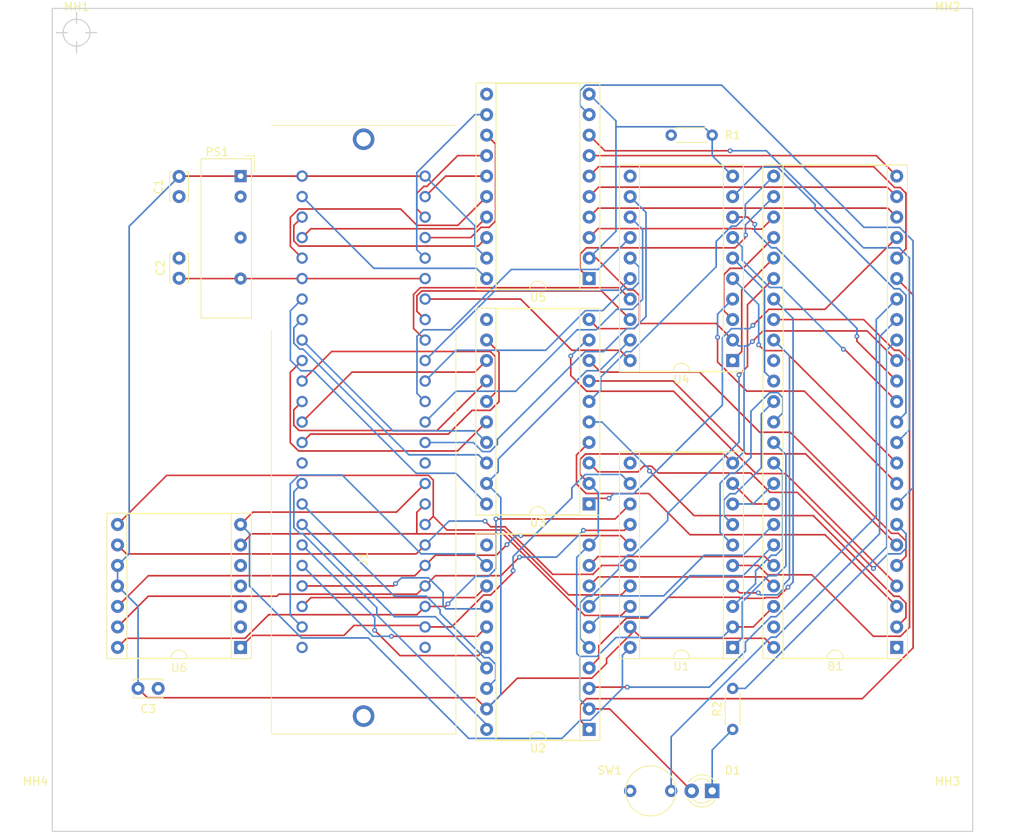
<source format=kicad_pcb>
(kicad_pcb (version 20221018) (generator pcbnew)
  (title_block (title "BionicBase Teensy 4.1 (Universal)") (date "2024-06-20") (rev "7") (company "Tadashi G. Takaoka"))
  (layers (0 "F.Cu" signal) (31 "B.Cu" signal) (34 "B.Paste" user) (35 "F.Paste" user) (36 "B.SilkS" user "B.Silkscreen") (37 "F.SilkS" user "F.Silkscreen") (38 "B.Mask" user) (39 "F.Mask" user) (44 "Edge.Cuts" user))
  (net 0 "")
  (net 1 "VCC")
  (net 2 "Net-(B1-P6.03)")
  (net 3 "Net-(B1-P6.02)")
  (net 4 "Net-(B1-P9.04)")
  (net 5 "Net-(B1-P9.05)")
  (net 6 "Net-(B1-P9.06)")
  (net 7 "Net-(B1-P9.08)")
  (net 8 "Net-(B1-P7.10)")
  (net 9 "Net-(B1-P7.17)")
  (net 10 "Net-(B1-P7.16)")
  (net 11 "Net-(B1-P7.11)")
  (net 12 "Net-(B1-P7.00)")
  (net 13 "Net-(B1-P7.02)")
  (net 14 "Net-(B1-P7.01)")
  (net 15 "+3.3V")
  (net 16 "Net-(B1-P6.30)")
  (net 17 "Net-(B1-P6.31)")
  (net 18 "Net-(B1-P8.18)")
  (net 19 "Net-(B1-P9.31)")
  (net 20 "Net-(B1-P8.23)")
  (net 21 "Net-(B1-P8.22)")
  (net 22 "Net-(B1-P7.12)")
  (net 23 "GND")
  (net 24 "Net-(B1-P9.07)")
  (net 25 "Net-(B1-P7.18)")
  (net 26 "Net-(B1-P7.19)")
  (net 27 "Net-(B1-P6.28)")
  (net 28 "Net-(B1-P6.29)")
  (net 29 "Net-(B1-P6.20)")
  (net 30 "Net-(B1-P6.21)")
  (net 31 "Net-(B1-P7.03{slash}LED)")
  (net 32 "Net-(B1-P6.18)")
  (net 33 "Net-(B1-P6.19)")
  (net 34 "Net-(B1-P6.23)")
  (net 35 "Net-(B1-P6.22)")
  (net 36 "Net-(B1-P6.17)")
  (net 37 "Net-(B1-P6.16)")
  (net 38 "Net-(B1-P6.26)")
  (net 39 "/P56")
  (net 40 "/P55")
  (net 41 "/P51")
  (net 42 "/P57")
  (net 43 "/P53")
  (net 44 "/P52")
  (net 45 "/P15")
  (net 46 "/P35")
  (net 47 "/P41")
  (net 48 "/P40")
  (net 49 "/P36")
  (net 50 "/P20")
  (net 51 "/P17")
  (net 52 "/P16")
  (net 53 "/P21")
  (net 54 "/P37")
  (net 55 "/P30")
  (net 56 "/P31")
  (net 57 "/P32")
  (net 58 "/P33")
  (net 59 "/P34")
  (net 60 "/P42")
  (net 61 "/P43")
  (net 62 "/P44")
  (net 63 "/P45")
  (net 64 "/P46")
  (net 65 "/P47")
  (net 66 "/P54")
  (net 67 "/P10")
  (net 68 "/P11")
  (net 69 "/P12")
  (net 70 "/P13")
  (net 71 "/P14")
  (net 72 "/P22")
  (net 73 "/P23")
  (net 74 "/P24")
  (net 75 "/P25")
  (net 76 "/P26")
  (net 77 "/P27")
  (net 78 "/P50")
  (net 79 "Net-(B1-P6.27)")
  (net 80 "Net-(B1-P6.24)")
  (net 81 "Net-(B1-P6.25)")
  (net 82 "Net-(D1-K)")
  (net 84 "/+15V")
  (net 86 "Net-(B1-P6.12)")
  (net 87 "Net-(B1-P6.13)")
  (net 90 "Net-(B1-P7.29)")
  (net 91 "Net-(B1-P7.28)")
  (footprint "MountingHole:MountingHole_2.2mm_M2" (layer "F.Cu") (at 183.5 44.6)
    (fp_text reference "MH2")
    (fp_text value "MountingHole_2.2mm_M2")
  )
  (footprint "MountingHole:MountingHole_2.2mm_M2" (layer "F.Cu") (at 183.5 140.6)
    (fp_text reference "MH3")
    (fp_text value "MountingHole_2.2mm_M2")
  )
  (footprint "MountingHole:MountingHole_2.2mm_M2" (layer "F.Cu") (at 75.6 140.6)
    (fp_text reference "MH4")
    (fp_text value "MountingHole_2.2mm_M2")
  )
  (footprint "MountingHole:MountingHole_2.2mm_M2" (layer "F.Cu") (at 75.6 44.6)
    (fp_text reference "MH1")
    (fp_text value "MountingHole_2.2mm_M2")
  )
  (footprint "0-LocalLibrary:DIP-48_W15.24mm_Socket" (layer "F.Cu") (at 177.2 120.8 180)
    (fp_text reference "B1")
    (fp_text value "Teensy4.1")
  )
  (footprint "LED_THT:LED_D3.0mm" (layer "F.Cu") (at 154.34 138.58 180)
    (fp_text reference "D1")
    (fp_text value "OSYL3131P")
  )
  (footprint "Resistor_THT:R_Axial_DIN0204_L3.6mm_D1.6mm_P5.08mm_Horizontal" (layer "F.Cu") (at 156.88 130.96 90)
    (fp_text reference "R2")
    (fp_text value "560")
  )
  (footprint "0-LocalLibrary:Tact_SW_6x6mm" (layer "F.Cu") (at 146.72 138.58 180)
    (fp_text reference "SW1")
    (fp_text value "Tact_SW")
  )
  (footprint "Resistor_THT:R_Axial_DIN0204_L3.6mm_D1.6mm_P5.08mm_Horizontal" (layer "F.Cu") (at 154.34 57.3 180)
    (fp_text reference "R1")
    (fp_text value "4.7k")
  )
  (footprint "0-LocalLibrary:DIP-14_W15.24mm_Socket" (layer "F.Cu") (at 95.92 120.8 180)
    (fp_text reference "U6")
    (fp_text value "SN74ACT1071DR")
  )
  (footprint "0-LocalLibrary:DIP-20_W12.70mm_Socket" (layer "F.Cu") (at 139.09 103.015 180)
    (fp_text reference "U3")
    (fp_text value "TXS0108EPW")
  )
  (footprint "0-LocalLibrary:DIP-20_W12.70mm_Socket" (layer "F.Cu") (at 139.1 130.96 180)
    (fp_text reference "U2")
    (fp_text value "TXS0108EPW")
  )
  (footprint "0-LocalLibrary:Aries_ZIF_socket_DIP-48-pin" (layer "F.Cu") (at 111.16 106.83 180)
    (fp_text reference "J1")
    (fp_text value "Bionic_ZIF_Socket_48pin" hide)
  )
  (footprint "0-LocalLibrary:DIP-20_W12.70mm_Socket" (layer "F.Cu") (at 156.88 120.8 180)
    (fp_text reference "U1")
    (fp_text value "TXS0108EPW")
  )
  (footprint "Capacitor_THT:C_Disc_D3.4mm_W2.1mm_P2.50mm" (layer "F.Cu") (at 83.22 125.88)
    (fp_text reference "C3")
    (fp_text value "0.1u")
  )
  (footprint "Capacitor_THT:C_Disc_D3.4mm_W2.1mm_P2.50mm" (layer "F.Cu") (at 88.3 75.04 90)
    (fp_text reference "C2")
    (fp_text value "1.0u")
  )
  (footprint "0-LocalLibrary:Converter_DCDC_Minmax_MAU100_THT" (layer "F.Cu") (at 95.92 62.38)
    (fp_text reference "PS1")
    (fp_text value "MAU105")
  )
  (footprint "0-LocalLibrary:DIP-20_W12.70mm_Socket" (layer "F.Cu") (at 139.1 75.08 180)
    (fp_text reference "U5")
    (fp_text value "TXS0108EPW")
  )
  (footprint "0-LocalLibrary:DIP-20_W12.70mm_Socket" (layer "F.Cu") (at 156.88 85.24 180)
    (fp_text reference "U4")
    (fp_text value "TXS0108EPW")
  )
  (footprint "Capacitor_THT:C_Disc_D3.4mm_W2.1mm_P2.50mm" (layer "F.Cu") (at 88.3 62.42 -90)
    (fp_text reference "C1")
    (fp_text value "2.2u")
  )
  (gr_line (start 72.6 143.6) (end 72.6 41.6) (stroke (width 0.15)) (layer "Edge.Cuts"))
  (gr_line (start 72.6 41.6) (end 186.6 41.6) (stroke (width 0.15)) (layer "Edge.Cuts"))
  (gr_line (start 186.6 41.6) (end 186.6 143.6) (stroke (width 0.15)) (layer "Edge.Cuts"))
  (gr_line (start 186.6 143.6) (end 72.6 143.6) (stroke (width 0.15)) (layer "Edge.Cuts"))
  (target plus (at 75.6 44.6) (size 5) (width 0.15) (layer "Edge.Cuts"))
  (segment (start 84.3726 127.0326) (end 83.22 125.88) (width 0.2) (layer "F.Cu") (net 1))
  (segment (start 95.92 62.38) (end 88.34 62.38) (width 0.2) (layer "F.Cu") (net 1))
  (segment (start 144.6705 118.7504) (end 141.255 122.1659) (width 0.2) (layer "F.Cu") (net 1))
  (segment (start 141.255 122.1659) (end 141.255 122.7836) (width 0.2) (layer "F.Cu") (net 1))
  (segment (start 139.4286 124.61) (end 130.21 124.61) (width 0.2) (layer "F.Cu") (net 1))
  (segment (start 160.8316 119.6716) (end 145.5916 119.6716) (width 0.2) (layer "F.Cu") (net 1))
  (segment (start 88.34 62.38) (end 88.3 62.42) (width 0.2) (layer "F.Cu") (net 1))
  (segment (start 144.6705 118.7504) (end 144.18 118.26) (width 0.2) (layer "F.Cu") (net 1))
  (segment (start 126.4 128.42) (end 125.0126 127.0326) (width 0.2) (layer "F.Cu") (net 1))
  (segment (start 141.255 122.7836) (end 139.4286 124.61) (width 0.2) (layer "F.Cu") (net 1))
  (segment (start 130.21 124.61) (end 126.4 128.42) (width 0.2) (layer "F.Cu") (net 1))
  (segment (start 103.54 62.38) (end 95.92 62.38) (width 0.2) (layer "F.Cu") (net 1))
  (segment (start 161.96 120.8) (end 160.8316 119.6716) (width 0.2) (layer "F.Cu") (net 1))
  (segment (start 103.54 62.38) (end 118.78 62.38) (width 0.2) (layer "F.Cu") (net 1))
  (segment (start 145.5916 119.6716) (end 144.6705 118.7504) (width 0.2) (layer "F.Cu") (net 1))
  (segment (start 125.0126 127.0326) (end 84.3726 127.0326) (width 0.2) (layer "F.Cu") (net 1))
  (segment (start 82.1196 68.6004) (end 82.1196 109.2004) (width 0.2) (layer "B.Cu") (net 1))
  (segment (start 82.1196 109.2004) (end 80.68 110.64) (width 0.2) (layer "B.Cu") (net 1))
  (segment (start 140.375 86.505) (end 138.7826 86.505) (width 0.2) (layer "B.Cu") (net 1))
  (segment (start 80.68 110.64) (end 80.68 113.18) (width 0.2) (layer "B.Cu") (net 1))
  (segment (start 138.7826 86.505) (end 127.8296 97.458) (width 0.2) (layer "B.Cu") (net 1))
  (segment (start 124.9604 71.1004) (end 126.4 72.54) (width 0.2) (layer "B.Cu") (net 1))
  (segment (start 128.1586 102.2436) (end 126.39 100.475) (width 0.2) (layer "B.Cu") (net 1))
  (segment (start 83.22 115.72) (end 80.68 113.18) (width 0.2) (layer "B.Cu") (net 1))
  (segment (start 127.8296 99.0354) (end 126.39 100.475) (width 0.2) (layer "B.Cu") (net 1))
  (segment (start 124.9604 68.5604) (end 124.9604 71.1004) (width 0.2) (layer "B.Cu") (net 1))
  (segment (start 118.78 62.38) (end 124.9604 68.5604) (width 0.2) (layer "B.Cu") (net 1))
  (segment (start 83.22 125.88) (end 83.22 115.72) (width 0.2) (layer "B.Cu") (net 1))
  (segment (start 127.8296 97.458) (end 127.8296 99.0354) (width 0.2) (layer "B.Cu") (net 1))
  (segment (start 128.1586 126.6614) (end 128.1586 102.2436) (width 0.2) (layer "B.Cu") (net 1))
  (segment (start 144.18 82.7) (end 140.375 86.505) (width 0.2) (layer "B.Cu") (net 1))
  (segment (start 88.3 62.42) (end 82.1196 68.6004) (width 0.2) (layer "B.Cu") (net 1))
  (segment (start 126.4 128.42) (end 128.1586 126.6614) (width 0.2) (layer "B.Cu") (net 1))
  (segment (start 178.3415 115.2965) (end 177.4998 114.4548) (width 0.2) (layer "F.Cu") (net 2))
  (segment (start 177.2 118.26) (end 178.3415 117.1185) (width 0.2) (layer "F.Cu") (net 2))
  (segment (start 166.8498 104.4581) (end 152.094 104.4581) (width 0.2) (layer "F.Cu") (net 2))
  (segment (start 177.4998 114.4548) (end 176.8465 114.4548) (width 0.2) (layer "F.Cu") (net 2))
  (segment (start 178.3415 117.1185) (end 178.3415 115.2965) (width 0.2) (layer "F.Cu") (net 2))
  (segment (start 176.8465 114.4548) (end 166.8498 104.4581) (width 0.2) (layer "F.Cu") (net 2))
  (segment (start 152.094 104.4581) (end 146.5691 98.9332) (width 0.2) (layer "F.Cu") (net 2))
  (via (at 146.5691 98.9332) (size 0.6) (drill 0.3) (layers "F.Cu" "B.Cu") (net 2))
  (segment (start 146.5691 98.7519) (end 140.6722 92.855) (width 0.2) (layer "B.Cu") (net 2))
  (segment (start 146.5691 98.9332) (end 146.5691 98.7519) (width 0.2) (layer "B.Cu") (net 2))
  (segment (start 140.6722 92.855) (end 139.09 92.855) (width 0.2) (layer "B.Cu") (net 2))
  (segment (start 146.478 101.7188) (end 138.7111 101.7188) (width 0.2) (layer "F.Cu") (net 3))
  (segment (start 137.5313 100.539) (end 137.5313 96.9537) (width 0.2) (layer "F.Cu") (net 3))
  (segment (start 137.5313 96.9537) (end 139.09 95.395) (width 0.2) (layer "F.Cu") (net 3))
  (segment (start 151.5892 106.83) (end 146.478 101.7188) (width 0.2) (layer "F.Cu") (net 3))
  (segment (start 138.7111 101.7188) (end 137.5313 100.539) (width 0.2) (layer "F.Cu") (net 3))
  (segment (start 177.2 115.72) (end 168.31 106.83) (width 0.2) (layer "F.Cu") (net 3))
  (segment (start 168.31 106.83) (end 151.5892 106.83) (width 0.2) (layer "F.Cu") (net 3))
  (segment (start 138.7743 89.045) (end 136.821 87.0917) (width 0.2) (layer "F.Cu") (net 4))
  (segment (start 163.4041 99.2497) (end 159.7564 99.2497) (width 0.2) (layer "F.Cu") (net 4))
  (segment (start 149.5517 89.045) (end 138.7743 89.045) (width 0.2) (layer "F.Cu") (net 4))
  (segment (start 136.821 87.0917) (end 136.821 84.6825) (width 0.2) (layer "F.Cu") (net 4))
  (segment (start 159.7564 99.2497) (end 149.5517 89.045) (width 0.2) (layer "F.Cu") (net 4))
  (segment (start 177.2 113.0456) (end 163.4041 99.2497) (width 0.2) (layer "F.Cu") (net 4))
  (segment (start 177.2 113.18) (end 177.2 113.0456) (width 0.2) (layer "F.Cu") (net 4))
  (via (at 136.821 84.6825) (size 0.6) (drill 0.3) (layers "F.Cu" "B.Cu") (net 4))
  (segment (start 138.8085 82.695) (end 139.09 82.695) (width 0.2) (layer "B.Cu") (net 4))
  (segment (start 136.821 84.6825) (end 138.8085 82.695) (width 0.2) (layer "B.Cu") (net 4))
  (segment (start 152.7774 86.6746) (end 140.5296 86.6746) (width 0.2) (layer "F.Cu") (net 5))
  (segment (start 177.3989 106.6619) (end 176.5362 106.6619) (width 0.2) (layer "F.Cu") (net 5))
  (segment (start 178.3422 107.6052) (end 177.3989 106.6619) (width 0.2) (layer "F.Cu") (net 5))
  (segment (start 176.5362 106.6619) (end 164.0043 94.13) (width 0.2) (layer "F.Cu") (net 5))
  (segment (start 160.2328 94.13) (end 152.7774 86.6746) (width 0.2) (layer "F.Cu") (net 5))
  (segment (start 177.2 110.64) (end 178.3422 109.4978) (width 0.2) (layer "F.Cu") (net 5))
  (segment (start 178.3422 109.4978) (end 178.3422 107.6052) (width 0.2) (layer "F.Cu") (net 5))
  (segment (start 164.0043 94.13) (end 160.2328 94.13) (width 0.2) (layer "F.Cu") (net 5))
  (segment (start 140.5296 86.6746) (end 139.09 85.235) (width 0.2) (layer "F.Cu") (net 5))
  (segment (start 158.5274 96.8049) (end 149.4975 87.775) (width 0.2) (layer "F.Cu") (net 6))
  (segment (start 149.4975 87.775) (end 139.09 87.775) (width 0.2) (layer "F.Cu") (net 6))
  (segment (start 177.2 108.1) (end 165.9049 96.8049) (width 0.2) (layer "F.Cu") (net 6))
  (segment (start 165.9049 96.8049) (end 158.5274 96.8049) (width 0.2) (layer "F.Cu") (net 6))
  (segment (start 145.8584 98.3313) (end 145.1476 99.0421) (width 0.2) (layer "F.Cu") (net 7))
  (segment (start 145.1476 99.0421) (end 140.1971 99.0421) (width 0.2) (layer "F.Cu") (net 7))
  (segment (start 140.1971 99.0421) (end 139.09 97.935) (width 0.2) (layer "F.Cu") (net 7))
  (segment (start 161.5036 101.5819) (end 159.1044 99.1827) (width 0.2) (layer "F.Cu") (net 7))
  (segment (start 164.8851 101.5819) (end 161.5036 101.5819) (width 0.2) (layer "F.Cu") (net 7))
  (segment (start 174.3169 111.0137) (end 164.8851 101.5819) (width 0.2) (layer "F.Cu") (net 7))
  (segment (start 146.8184 98.3313) (end 145.8584 98.3313) (width 0.2) (layer "F.Cu") (net 7))
  (segment (start 147.6698 99.1827) (end 146.8184 98.3313) (width 0.2) (layer "F.Cu") (net 7))
  (segment (start 159.1044 99.1827) (end 147.6698 99.1827) (width 0.2) (layer "F.Cu") (net 7))
  (via (at 174.3169 111.0137) (size 0.6) (drill 0.3) (layers "F.Cu" "B.Cu") (net 7))
  (segment (start 177.2 105.56) (end 178.3538 106.7138) (width 0.2) (layer "B.Cu") (net 7))
  (segment (start 178.3538 106.7138) (end 178.3538 108.5167) (width 0.2) (layer "B.Cu") (net 7))
  (segment (start 178.3538 108.5167) (end 177.6686 109.2019) (width 0.2) (layer "B.Cu") (net 7))
  (segment (start 176.1287 109.2019) (end 174.3169 111.0137) (width 0.2) (layer "B.Cu") (net 7))
  (segment (start 177.6686 109.2019) (end 176.1287 109.2019) (width 0.2) (layer "B.Cu") (net 7))
  (segment (start 138.657 51.1027) (end 137.9718 51.7879) (width 0.2) (layer "B.Cu") (net 8))
  (segment (start 177.2 103.02) (end 179.2204 100.9996) (width 0.2) (layer "B.Cu") (net 8))
  (segment (start 179.2204 70.4036) (end 177.5468 68.73) (width 0.2) (layer "B.Cu") (net 8))
  (segment (start 155.5128 51.1027) (end 138.657 51.1027) (width 0.2) (layer "B.Cu") (net 8))
  (segment (start 137.9718 53.6318) (end 139.1 54.76) (width 0.2) (layer "B.Cu") (net 8))
  (segment (start 137.9718 51.7879) (end 137.9718 53.6318) (width 0.2) (layer "B.Cu") (net 8))
  (segment (start 173.1401 68.73) (end 155.5128 51.1027) (width 0.2) (layer "B.Cu") (net 8))
  (segment (start 177.5468 68.73) (end 173.1401 68.73) (width 0.2) (layer "B.Cu") (net 8))
  (segment (start 179.2204 100.9996) (end 179.2204 70.4036) (width 0.2) (layer "B.Cu") (net 8))
  (segment (start 155.0051 85.4154) (end 155.0051 82.3649) (width 0.2) (layer "F.Cu") (net 9))
  (segment (start 165.7514 89.0314) (end 158.6211 89.0314) (width 0.2) (layer "F.Cu") (net 9))
  (segment (start 158.6211 89.0314) (end 155.0051 85.4154) (width 0.2) (layer "F.Cu") (net 9))
  (segment (start 177.2 100.48) (end 165.7514 89.0314) (width 0.2) (layer "F.Cu") (net 9))
  (via (at 155.0051 82.3649) (size 0.6) (drill 0.3) (layers "F.Cu" "B.Cu") (net 9))
  (segment (start 155.0051 82.3649) (end 155.0051 79.4949) (width 0.2) (layer "B.Cu") (net 9))
  (segment (start 155.0051 79.4949) (end 156.88 77.62) (width 0.2) (layer "B.Cu") (net 9))
  (segment (start 160.8186 84.0132) (end 160.0997 83.2943) (width 0.2) (layer "F.Cu") (net 10))
  (segment (start 177.2 97.94) (end 163.2732 84.0132) (width 0.2) (layer "F.Cu") (net 10))
  (segment (start 163.2732 84.0132) (end 160.8186 84.0132) (width 0.2) (layer "F.Cu") (net 10))
  (via (at 160.0997 83.2943) (size 0.6) (drill 0.3) (layers "F.Cu" "B.Cu") (net 10))
  (segment (start 160.0997 83.2943) (end 160.0997 78.2997) (width 0.2) (layer "B.Cu") (net 10))
  (segment (start 160.0997 78.2997) (end 156.88 75.08) (width 0.2) (layer "B.Cu") (net 10))
  (segment (start 156.563 59.237) (end 141.037 59.237) (width 0.2) (layer "F.Cu") (net 11))
  (segment (start 141.037 59.237) (end 139.1 57.3) (width 0.2) (layer "F.Cu") (net 11))
  (via (at 156.563 59.237) (size 0.6) (drill 0.3) (layers "F.Cu" "B.Cu") (net 11))
  (segment (start 161.0434 59.237) (end 156.563 59.237) (width 0.2) (layer "B.Cu") (net 11))
  (segment (start 177.2 95.4) (end 178.7682 93.8318) (width 0.2) (layer "B.Cu") (net 11))
  (segment (start 173.0764 71.27) (end 161.0434 59.237) (width 0.2) (layer "B.Cu") (net 11))
  (segment (start 178.7682 72.5174) (end 177.5208 71.27) (width 0.2) (layer "B.Cu") (net 11))
  (segment (start 177.5208 71.27) (end 173.0764 71.27) (width 0.2) (layer "B.Cu") (net 11))
  (segment (start 178.7682 93.8318) (end 178.7682 72.5174) (width 0.2) (layer "B.Cu") (net 11))
  (segment (start 167.0904 66.5478) (end 167.0904 65.9022) (width 0.2) (layer "B.Cu") (net 12))
  (segment (start 167.0904 65.9022) (end 162.4547 61.2665) (width 0.2) (layer "B.Cu") (net 12))
  (segment (start 162.4547 61.2665) (end 160.5335 61.2665) (width 0.2) (layer "B.Cu") (net 12))
  (segment (start 177.2 92.86) (end 178.3334 91.7266) (width 0.2) (layer "B.Cu") (net 12))
  (segment (start 177.5581 76.35) (end 176.8926 76.35) (width 0.2) (layer "B.Cu") (net 12))
  (segment (start 178.3334 77.1253) (end 177.5581 76.35) (width 0.2) (layer "B.Cu") (net 12))
  (segment (start 178.3334 91.7266) (end 178.3334 77.1253) (width 0.2) (layer "B.Cu") (net 12))
  (segment (start 176.8926 76.35) (end 167.0904 66.5478) (width 0.2) (layer "B.Cu") (net 12))
  (segment (start 160.5335 61.2665) (end 156.88 64.92) (width 0.2) (layer "B.Cu") (net 12))
  (segment (start 177.2 90.32) (end 170.7282 83.8482) (width 0.2) (layer "F.Cu") (net 13))
  (segment (start 170.7282 83.8482) (end 170.5899 83.8482) (width 0.2) (layer "F.Cu") (net 13))
  (via (at 170.5899 83.8482) (size 0.6) (drill 0.3) (layers "F.Cu" "B.Cu") (net 13))
  (segment (start 170.5899 83.8482) (end 162.9236 76.1819) (width 0.2) (layer "B.Cu") (net 13))
  (segment (start 162.9236 76.1819) (end 161.4457 76.1819) (width 0.2) (layer "B.Cu") (net 13))
  (segment (start 161.4457 76.1819) (end 158.0633 72.7995) (width 0.2) (layer "B.Cu") (net 13))
  (segment (start 158.0633 72.7995) (end 158.0633 71.1833) (width 0.2) (layer "B.Cu") (net 13))
  (segment (start 158.0633 71.1833) (end 156.88 70) (width 0.2) (layer "B.Cu") (net 13))
  (segment (start 172.2686 82.8486) (end 172.2686 82.2317) (width 0.2) (layer "F.Cu") (net 14))
  (segment (start 177.2 87.78) (end 172.2686 82.8486) (width 0.2) (layer "F.Cu") (net 14))
  (segment (start 158.7282 67.46) (end 159.6177 68.3495) (width 0.2) (layer "F.Cu") (net 14))
  (segment (start 156.88 67.46) (end 158.7282 67.46) (width 0.2) (layer "F.Cu") (net 14))
  (via (at 172.2686 82.2317) (size 0.6) (drill 0.3) (layers "F.Cu" "B.Cu") (net 14))
  (via (at 159.6177 68.3495) (size 0.6) (drill 0.3) (layers "F.Cu" "B.Cu") (net 14))
  (segment (start 162.2907 71.27) (end 172.2686 81.2479) (width 0.2) (layer "B.Cu") (net 14))
  (segment (start 159.6177 68.3495) (end 159.6177 69.2182) (width 0.2) (layer "B.Cu") (net 14))
  (segment (start 172.2686 81.2479) (end 172.2686 82.2317) (width 0.2) (layer "B.Cu") (net 14))
  (segment (start 159.6177 69.2182) (end 161.6695 71.27) (width 0.2) (layer "B.Cu") (net 14))
  (segment (start 161.6695 71.27) (end 162.2907 71.27) (width 0.2) (layer "B.Cu") (net 14))
  (segment (start 145.3268 80.6477) (end 144.6877 81.2868) (width 0.2) (layer "F.Cu") (net 15))
  (segment (start 138.6467 96.8169) (end 137.9614 97.5022) (width 0.2) (layer "F.Cu") (net 15))
  (segment (start 140.2218 81.2868) (end 139.09 80.155) (width 0.2) (layer "F.Cu") (net 15))
  (segment (start 137.9614 99.3464) (end 139.09 100.475) (width 0.2) (layer "F.Cu") (net 15))
  (segment (start 173.5283 81.5683) (end 177.2 85.24) (width 0.2) (layer "F.Cu") (net 15))
  (segment (start 160.635 81.5683) (end 173.5283 81.5683) (width 0.2) (layer "F.Cu") (net 15))
  (segment (start 144.6877 81.2868) (end 140.2218 81.2868) (width 0.2) (layer "F.Cu") (net 15))
  (segment (start 139.1 128.42) (end 141.64 128.42) (width 0.2) (layer "F.Cu") (net 15))
  (segment (start 145.3268 77.1963) (end 145.3268 80.6477) (width 0.2) (layer "F.Cu") (net 15))
  (segment (start 155.7569 96.8169) (end 138.6467 96.8169) (width 0.2) (layer "F.Cu") (net 15))
  (segment (start 154.8277 80.6477) (end 156.88 82.7) (width 0.2) (layer "F.Cu") (net 15))
  (segment (start 137.9614 97.5022) (end 137.9614 99.3464) (width 0.2) (layer "F.Cu") (net 15))
  (segment (start 139.9642 72.54) (end 143.9158 76.4916) (width 0.2) (layer "F.Cu") (net 15))
  (segment (start 156.88 118.26) (end 159.42 118.26) (width 0.2) (layer "F.Cu") (net 15))
  (segment (start 159.3162 82.8871) (end 160.635 81.5683) (width 0.2) (layer "F.Cu") (net 15))
  (segment (start 145.3268 80.6477) (end 154.8277 80.6477) (width 0.2) (layer "F.Cu") (net 15))
  (segment (start 143.9158 76.4916) (end 144.6221 76.4916) (width 0.2) (layer "F.Cu") (net 15))
  (segment (start 144.6221 76.4916) (end 145.3268 77.1963) (width 0.2) (layer "F.Cu") (net 15))
  (segment (start 139.1 72.54) (end 139.9642 72.54) (width 0.2) (layer "F.Cu") (net 15))
  (segment (start 141.64 128.42) (end 151.8 138.58) (width 0.2) (layer "F.Cu") (net 15))
  (segment (start 159.42 118.26) (end 161.96 115.72) (width 0.2) (layer "F.Cu") (net 15))
  (segment (start 156.88 97.94) (end 155.7569 96.8169) (width 0.2) (layer "F.Cu") (net 15))
  (via (at 159.3162 82.8871) (size 0.6) (drill 0.3) (layers "F.Cu" "B.Cu") (net 15))
  (segment (start 158.765 83.4383) (end 159.3162 82.8871) (width 0.2) (layer "B.Cu") (net 15))
  (segment (start 137.5602 109.6398) (end 137.5602 121.5285) (width 0.2) (layer "B.Cu") (net 15))
  (segment (start 156.88 82.7) (end 157.6183 83.4383) (width 0.2) (layer "B.Cu") (net 15))
  (segment (start 140.2282 101.6132) (end 140.2282 106.9718) (width 0.2) (layer "B.Cu") (net 15))
  (segment (start 139.1 108.1) (end 137.5602 109.6398) (width 0.2) (layer "B.Cu") (net 15))
  (segment (start 140.0818 121.9134) (end 142.4306 119.5646) (width 0.2) (layer "B.Cu") (net 15))
  (segment (start 140.2282 106.9718) (end 139.1 108.1) (width 0.2) (layer "B.Cu") (net 15))
  (segment (start 139.09 100.475) (end 140.2282 101.6132) (width 0.2) (layer "B.Cu") (net 15))
  (segment (start 158.2856 83.4383) (end 158.2856 96.5344) (width 0.2) (layer "B.Cu") (net 15))
  (segment (start 142.4306 119.5646) (end 155.5754 119.5646) (width 0.2) (layer "B.Cu") (net 15))
  (segment (start 142.4182 55.5382) (end 139.1 52.22) (width 0.2) (layer "B.Cu") (net 15))
  (segment (start 158.2856 83.4383) (end 158.765 83.4383) (width 0.2) (layer "B.Cu") (net 15))
  (segment (start 142.4182 56.2681) (end 142.4182 55.5382) (width 0.2) (layer "B.Cu") (net 15))
  (segment (start 137.9451 121.9134) (end 137.9451 127.2651) (width 0.2) (layer "B.Cu") (net 15))
  (segment (start 137.5602 121.5285) (end 137.9451 121.9134) (width 0.2) (layer "B.Cu") (net 15))
  (segment (start 153.3081 56.2681) (end 142.4182 56.2681) (width 0.2) (layer "B.Cu") (net 15))
  (segment (start 154.34 57.3) (end 154.34 59.84) (width 0.2) (layer "B.Cu") (net 15))
  (segment (start 154.34 59.84) (end 156.88 62.38) (width 0.2) (layer "B.Cu") (net 15))
  (segment (start 158.2856 96.5344) (end 156.88 97.94) (width 0.2) (layer "B.Cu") (net 15))
  (segment (start 155.5754 119.5646) (end 156.88 118.26) (width 0.2) (layer "B.Cu") (net 15))
  (segment (start 142.4182 69.2218) (end 142.4182 56.2681) (width 0.2) (layer "B.Cu") (net 15))
  (segment (start 154.34 57.3) (end 153.3081 56.2681) (width 0.2) (layer "B.Cu") (net 15))
  (segment (start 137.9451 127.2651) (end 139.1 128.42) (width 0.2) (layer "B.Cu") (net 15))
  (segment (start 139.1 72.54) (end 142.4182 69.2218) (width 0.2) (layer "B.Cu") (net 15))
  (segment (start 137.9451 121.9134) (end 140.0818 121.9134) (width 0.2) (layer "B.Cu") (net 15))
  (segment (start 157.6183 83.4383) (end 158.2856 83.4383) (width 0.2) (layer "B.Cu") (net 15))
  (segment (start 139.2587 125.7213) (end 139.1 125.88) (width 0.2) (layer "F.Cu") (net 16))
  (segment (start 143.8213 125.7213) (end 139.2587 125.7213) (width 0.2) (layer "F.Cu") (net 16))
  (via (at 143.8213 125.7213) (size 0.6) (drill 0.3) (layers "F.Cu" "B.Cu") (net 16))
  (segment (start 174.6662 80.1538) (end 174.6662 104.5807) (width 0.2) (layer "B.Cu") (net 16))
  (segment (start 158.462 121.2476) (end 153.9883 125.7213) (width 0.2) (layer "B.Cu") (net 16))
  (segment (start 162.2569 116.99) (end 161.6315 116.99) (width 0.2) (layer "B.Cu") (net 16))
  (segment (start 161.6315 116.99) (end 158.462 120.1595) (width 0.2) (layer "B.Cu") (net 16))
  (segment (start 174.6662 104.5807) (end 162.2569 116.99) (width 0.2) (layer "B.Cu") (net 16))
  (segment (start 158.462 120.1595) (end 158.462 121.2476) (width 0.2) (layer "B.Cu") (net 16))
  (segment (start 177.2 77.62) (end 174.6662 80.1538) (width 0.2) (layer "B.Cu") (net 16))
  (segment (start 153.9883 125.7213) (end 143.8213 125.7213) (width 0.2) (layer "B.Cu") (net 16))
  (segment (start 179.231 77.111) (end 179.231 120.8538) (width 0.2) (layer "F.Cu") (net 17))
  (segment (start 137.9848 129.8448) (end 139.1 130.96) (width 0.2) (layer "F.Cu") (net 17))
  (segment (start 137.9848 127.9185) (end 137.9848 129.8448) (width 0.2) (layer "F.Cu") (net 17))
  (segment (start 177.2 75.08) (end 179.231 77.111) (width 0.2) (layer "F.Cu") (net 17))
  (segment (start 172.9348 127.15) (end 138.7533 127.15) (width 0.2) (layer "F.Cu") (net 17))
  (segment (start 138.7533 127.15) (end 137.9848 127.9185) (width 0.2) (layer "F.Cu") (net 17))
  (segment (start 179.231 120.8538) (end 172.9348 127.15) (width 0.2) (layer "F.Cu") (net 17))
  (segment (start 178.3427 64.4989) (end 177.6354 63.7916) (width 0.2) (layer "F.Cu") (net 18))
  (segment (start 140.2666 61.2134) (end 139.1 62.38) (width 0.2) (layer "F.Cu") (net 18))
  (segment (start 176.928 63.7916) (end 174.3498 61.2134) (width 0.2) (layer "F.Cu") (net 18))
  (segment (start 178.3427 71.3973) (end 178.3427 64.4989) (width 0.2) (layer "F.Cu") (net 18))
  (segment (start 177.2 72.54) (end 178.3427 71.3973) (width 0.2) (layer "F.Cu") (net 18))
  (segment (start 174.3498 61.2134) (end 140.2666 61.2134) (width 0.2) (layer "F.Cu") (net 18))
  (segment (start 177.6354 63.7916) (end 176.928 63.7916) (width 0.2) (layer "F.Cu") (net 18))
  (segment (start 141.5537 102.3207) (end 139.7843 102.3207) (width 0.2) (layer "F.Cu") (net 19))
  (segment (start 161.3692 78.89) (end 159.3777 80.8815) (width 0.2) (layer "F.Cu") (net 19))
  (segment (start 177.2 70) (end 168.31 78.89) (width 0.2) (layer "F.Cu") (net 19))
  (segment (start 139.7843 102.3207) (end 139.09 103.015) (width 0.2) (layer "F.Cu") (net 19))
  (segment (start 168.31 78.89) (end 161.3692 78.89) (width 0.2) (layer "F.Cu") (net 19))
  (via (at 159.3777 80.8815) (size 0.6) (drill 0.3) (layers "F.Cu" "B.Cu") (net 19))
  (via (at 141.5537 102.3207) (size 0.6) (drill 0.3) (layers "F.Cu" "B.Cu") (net 19))
  (segment (start 141.5537 102.3207) (end 142.1244 101.75) (width 0.2) (layer "B.Cu") (net 19))
  (segment (start 155.607 82.4142) (end 156.7329 81.2883) (width 0.2) (layer "B.Cu") (net 19))
  (segment (start 158.9709 81.2883) (end 159.3777 80.8815) (width 0.2) (layer "B.Cu") (net 19))
  (segment (start 144.6135 101.75) (end 155.607 90.7565) (width 0.2) (layer "B.Cu") (net 19))
  (segment (start 142.1244 101.75) (end 144.6135 101.75) (width 0.2) (layer "B.Cu") (net 19))
  (segment (start 155.607 90.7565) (end 155.607 82.4142) (width 0.2) (layer "B.Cu") (net 19))
  (segment (start 156.7329 81.2883) (end 158.9709 81.2883) (width 0.2) (layer "B.Cu") (net 19))
  (segment (start 176.0887 66.3487) (end 140.2113 66.3487) (width 0.2) (layer "F.Cu") (net 20))
  (segment (start 140.2113 66.3487) (end 139.1 67.46) (width 0.2) (layer "F.Cu") (net 20))
  (segment (start 177.2 67.46) (end 176.0887 66.3487) (width 0.2) (layer "F.Cu") (net 20))
  (segment (start 176.0315 63.7515) (end 177.2 64.92) (width 0.2) (layer "F.Cu") (net 21))
  (segment (start 140.2685 63.7515) (end 176.0315 63.7515) (width 0.2) (layer "F.Cu") (net 21))
  (segment (start 139.1 64.92) (end 140.2685 63.7515) (width 0.2) (layer "F.Cu") (net 21))
  (segment (start 177.2 62.38) (end 174.66 59.84) (width 0.2) (layer "F.Cu") (net 22))
  (segment (start 174.66 59.84) (end 139.1 59.84) (width 0.2) (layer "F.Cu") (net 22))
  (segment (start 154.835 70.4719) (end 154.835 73.61) (width 0.2) (layer "B.Cu") (net 24))
  (segment (start 154.835 73.61) (end 144.3069 84.1381) (width 0.2) (layer "B.Cu") (net 24))
  (segment (start 158.4497 65.8903) (end 158.4497 67.4523) (width 0.2) (layer "B.Cu") (net 24))
  (segment (start 143.688 84.1381) (end 140.5296 87.2965) (width 0.2) (layer "B.Cu") (net 24))
  (segment (start 140.5296 88.8754) (end 139.09 90.315) (width 0.2) (layer "B.Cu") (net 24))
  (segment (start 156.7186 68.5883) (end 154.835 70.4719) (width 0.2) (layer "B.Cu") (net 24))
  (segment (start 144.3069 84.1381) (end 143.688 84.1381) (width 0.2) (layer "B.Cu") (net 24))
  (segment (start 161.96 62.38) (end 158.4497 65.8903) (width 0.2) (layer "B.Cu") (net 24))
  (segment (start 140.5296 87.2965) (end 140.5296 88.8754) (width 0.2) (layer "B.Cu") (net 24))
  (segment (start 158.4497 67.4523) (end 157.3137 68.5883) (width 0.2) (layer "B.Cu") (net 24))
  (segment (start 157.3137 68.5883) (end 156.7186 68.5883) (width 0.2) (layer "B.Cu") (net 24))
  (segment (start 155.7731 79.0531) (end 156.88 80.16) (width 0.2) (layer "F.Cu") (net 25))
  (segment (start 158.15 73.81) (end 156.5612 73.81) (width 0.2) (layer "F.Cu") (net 25))
  (segment (start 156.5612 73.81) (end 155.7731 74.5981) (width 0.2) (layer "F.Cu") (net 25))
  (segment (start 161.96 70) (end 158.15 73.81) (width 0.2) (layer "F.Cu") (net 25))
  (segment (start 155.7731 74.5981) (end 155.7731 79.0531) (width 0.2) (layer "F.Cu") (net 25))
  (segment (start 161.96 72.54) (end 157.9969 76.5031) (width 0.2) (layer "F.Cu") (net 26))
  (segment (start 157.9969 76.5031) (end 157.9969 84.1231) (width 0.2) (layer "F.Cu") (net 26))
  (segment (start 157.9969 84.1231) (end 156.88 85.24) (width 0.2) (layer "F.Cu") (net 26))
  (segment (start 158.7143 78.3257) (end 158.7143 85.9687) (width 0.2) (layer "F.Cu") (net 27))
  (segment (start 161.96 75.08) (end 158.7143 78.3257) (width 0.2) (layer "F.Cu") (net 27))
  (segment (start 158.7143 85.9687) (end 157.6656 87.0174) (width 0.2) (layer "F.Cu") (net 27))
  (via (at 157.6656 87.0174) (size 0.6) (drill 0.3) (layers "F.Cu" "B.Cu") (net 27))
  (segment (start 142.7881 110.4545) (end 142.7881 111.0634) (width 0.2) (layer "B.Cu") (net 27))
  (segment (start 142.7881 111.0634) (end 139.4015 114.45) (width 0.2) (layer "B.Cu") (net 27))
  (segment (start 137.9846 115.2545) (end 137.9846 119.6846) (width 0.2) (layer "B.Cu") (net 27))
  (segment (start 144.5161 109.37) (end 143.8726 109.37) (width 0.2) (layer "B.Cu") (net 27))
  (segment (start 138.7891 114.45) (end 137.9846 115.2545) (width 0.2) (layer "B.Cu") (net 27))
  (segment (start 143.8726 109.37) (end 142.7881 110.4545) (width 0.2) (layer "B.Cu") (net 27))
  (segment (start 148.8306 105.0555) (end 144.5161 109.37) (width 0.2) (layer "B.Cu") (net 27))
  (segment (start 137.9846 119.6846) (end 139.1 120.8) (width 0.2) (layer "B.Cu") (net 27))
  (segment (start 157.6656 95.3526) (end 148.8306 104.1876) (width 0.2) (layer "B.Cu") (net 27))
  (segment (start 139.4015 114.45) (end 138.7891 114.45) (width 0.2) (layer "B.Cu") (net 27))
  (segment (start 157.6656 87.0174) (end 157.6656 95.3526) (width 0.2) (layer "B.Cu") (net 27))
  (segment (start 148.8306 104.1876) (end 148.8306 105.0555) (width 0.2) (layer "B.Cu") (net 27))
  (segment (start 157.717 114.5833) (end 148.9159 114.5833) (width 0.2) (layer "F.Cu") (net 28))
  (segment (start 140.3118 120.5631) (end 140.3118 122.1282) (width 0.2) (layer "F.Cu") (net 28))
  (segment (start 143.7168 117.1581) (end 140.3118 120.5631) (width 0.2) (layer "F.Cu") (net 28))
  (segment (start 140.3118 122.1282) (end 139.1 123.34) (width 0.2) (layer "F.Cu") (net 28))
  (segment (start 160.7788 114.7166) (end 157.8503 114.7166) (width 0.2) (layer "F.Cu") (net 28))
  (segment (start 162.4494 114.6181) (end 160.8773 114.6181) (width 0.2) (layer "F.Cu") (net 28))
  (segment (start 157.8503 114.7166) (end 157.717 114.5833) (width 0.2) (layer "F.Cu") (net 28))
  (segment (start 146.3411 117.1581) (end 143.7168 117.1581) (width 0.2) (layer "F.Cu") (net 28))
  (segment (start 148.9159 114.5833) (end 146.3411 117.1581) (width 0.2) (layer "F.Cu") (net 28))
  (segment (start 160.8773 114.6181) (end 160.7788 114.7166) (width 0.2) (layer "F.Cu") (net 28))
  (segment (start 163.7292 113.3383) (end 162.4494 114.6181) (width 0.2) (layer "F.Cu") (net 28))
  (via (at 163.7292 113.3383) (size 0.6) (drill 0.3) (layers "F.Cu" "B.Cu") (net 28))
  (segment (start 161.96 77.62) (end 164.3611 80.0211) (width 0.2) (layer "B.Cu") (net 28))
  (segment (start 164.3611 80.0211) (end 164.3611 112.7064) (width 0.2) (layer "B.Cu") (net 28))
  (segment (start 164.3611 112.7064) (end 163.7292 113.3383) (width 0.2) (layer "B.Cu") (net 28))
  (segment (start 166.6842 111.796) (end 174.3025 119.4143) (width 0.2) (layer "F.Cu") (net 29))
  (segment (start 156.88 110.64) (end 160.0457 110.64) (width 0.2) (layer "F.Cu") (net 29))
  (segment (start 174.3025 119.4143) (end 177.6664 119.4143) (width 0.2) (layer "F.Cu") (net 29))
  (segment (start 161.2017 111.796) (end 166.6842 111.796) (width 0.2) (layer "F.Cu") (net 29))
  (segment (start 176.9053 83.97) (end 173.0953 80.16) (width 0.2) (layer "F.Cu") (net 29))
  (segment (start 177.5157 83.97) (end 176.9053 83.97) (width 0.2) (layer "F.Cu") (net 29))
  (segment (start 178.7859 118.2948) (end 178.7859 85.2402) (width 0.2) (layer "F.Cu") (net 29))
  (segment (start 160.0457 110.64) (end 161.2017 111.796) (width 0.2) (layer "F.Cu") (net 29))
  (segment (start 173.0953 80.16) (end 161.96 80.16) (width 0.2) (layer "F.Cu") (net 29))
  (segment (start 177.6664 119.4143) (end 178.7859 118.2948) (width 0.2) (layer "F.Cu") (net 29))
  (segment (start 178.7859 85.2402) (end 177.5157 83.97) (width 0.2) (layer "F.Cu") (net 29))
  (segment (start 157.7354 114.0354) (end 156.88 113.18) (width 0.2) (layer "F.Cu") (net 30))
  (segment (start 160.0444 114.0354) (end 157.7354 114.0354) (width 0.2) (layer "F.Cu") (net 30))
  (via (at 160.0444 114.0354) (size 0.6) (drill 0.3) (layers "F.Cu" "B.Cu") (net 30))
  (segment (start 163.1273 113.6004) (end 163.1273 113.0891) (width 0.2) (layer "B.Cu") (net 30))
  (segment (start 162.4458 114.2819) (end 163.1273 113.6004) (width 0.2) (layer "B.Cu") (net 30))
  (segment (start 163.9135 112.3029) (end 163.9135 84.6535) (width 0.2) (layer "B.Cu") (net 30))
  (segment (start 163.1273 113.0891) (end 163.9135 112.3029) (width 0.2) (layer "B.Cu") (net 30))
  (segment (start 163.9135 84.6535) (end 161.96 82.7) (width 0.2) (layer "B.Cu") (net 30))
  (segment (start 160.2909 114.2819) (end 162.4458 114.2819) (width 0.2) (layer "B.Cu") (net 30))
  (segment (start 160.0444 114.0354) (end 160.2909 114.2819) (width 0.2) (layer "B.Cu") (net 30))
  (segment (start 156.88 72.54) (end 160.8258 76.4858) (width 0.2) (layer "B.Cu") (net 31))
  (segment (start 160.8258 76.4858) (end 160.8258 86.6458) (width 0.2) (layer "B.Cu") (net 31))
  (segment (start 160.8258 86.6458) (end 161.96 87.78) (width 0.2) (layer "B.Cu") (net 31))
  (segment (start 160.4224 91.8576) (end 161.96 90.32) (width 0.2) (layer "B.Cu") (net 32))
  (segment (start 157.2075 101.75) (end 160.4224 98.5351) (width 0.2) (layer "B.Cu") (net 32))
  (segment (start 155.7689 102.5281) (end 156.547 101.75) (width 0.2) (layer "B.Cu") (net 32))
  (segment (start 156.547 101.75) (end 157.2075 101.75) (width 0.2) (layer "B.Cu") (net 32))
  (segment (start 155.7689 104.4489) (end 155.7689 102.5281) (width 0.2) (layer "B.Cu") (net 32))
  (segment (start 156.88 105.56) (end 155.7689 104.4489) (width 0.2) (layer "B.Cu") (net 32))
  (segment (start 160.4224 98.5351) (end 160.4224 91.8576) (width 0.2) (layer "B.Cu") (net 32))
  (segment (start 162.467 89.2139) (end 161.4569 89.2139) (width 0.2) (layer "B.Cu") (net 33))
  (segment (start 155.3178 106.5378) (end 156.88 108.1) (width 0.2) (layer "B.Cu") (net 33))
  (segment (start 161.96 92.86) (end 163.0823 91.7377) (width 0.2) (layer "B.Cu") (net 33))
  (segment (start 159.1429 91.5279) (end 159.1429 97.2489) (width 0.2) (layer "B.Cu") (net 33))
  (segment (start 159.1429 97.2489) (end 157.1818 99.21) (width 0.2) (layer "B.Cu") (net 33))
  (segment (start 163.0823 91.7377) (end 163.0823 89.8292) (width 0.2) (layer "B.Cu") (net 33))
  (segment (start 156.5569 99.21) (end 155.3178 100.4491) (width 0.2) (layer "B.Cu") (net 33))
  (segment (start 155.3178 100.4491) (end 155.3178 106.5378) (width 0.2) (layer "B.Cu") (net 33))
  (segment (start 163.0823 89.8292) (end 162.467 89.2139) (width 0.2) (layer "B.Cu") (net 33))
  (segment (start 161.4569 89.2139) (end 159.1429 91.5279) (width 0.2) (layer "B.Cu") (net 33))
  (segment (start 157.1818 99.21) (end 156.5569 99.21) (width 0.2) (layer "B.Cu") (net 33))
  (segment (start 162.2689 111.91) (end 161.3187 111.91) (width 0.2) (layer "B.Cu") (net 34))
  (segment (start 158.0601 115.1686) (end 158.0601 119.6199) (width 0.2) (layer "B.Cu") (net 34))
  (segment (start 161.96 95.4) (end 163.4681 96.9081) (width 0.2) (layer "B.Cu") (net 34))
  (segment (start 158.0601 119.6199) (end 156.88 120.8) (width 0.2) (layer "B.Cu") (net 34))
  (segment (start 161.3187 111.91) (end 158.0601 115.1686) (width 0.2) (layer "B.Cu") (net 34))
  (segment (start 163.4681 96.9081) (end 163.4681 110.7108) (width 0.2) (layer "B.Cu") (net 34))
  (segment (start 163.4681 110.7108) (end 162.2689 111.91) (width 0.2) (layer "B.Cu") (net 34))
  (segment (start 163.0662 108.5531) (end 162.2493 109.37) (width 0.2) (layer "B.Cu") (net 35))
  (segment (start 163.0662 99.0462) (end 163.0662 108.5531) (width 0.2) (layer "B.Cu") (net 35))
  (segment (start 159.7159 112.8841) (end 156.88 115.72) (width 0.2) (layer "B.Cu") (net 35))
  (segment (start 159.7159 111.3193) (end 159.7159 112.8841) (width 0.2) (layer "B.Cu") (net 35))
  (segment (start 161.6652 109.37) (end 159.7159 111.3193) (width 0.2) (layer "B.Cu") (net 35))
  (segment (start 162.2493 109.37) (end 161.6652 109.37) (width 0.2) (layer "B.Cu") (net 35))
  (segment (start 161.96 97.94) (end 163.0662 99.0462) (width 0.2) (layer "B.Cu") (net 35))
  (segment (start 159.42 103.02) (end 156.88 103.02) (width 0.2) (layer "B.Cu") (net 36))
  (segment (start 161.96 100.48) (end 159.42 103.02) (width 0.2) (layer "B.Cu") (net 36))
  (segment (start 159.42 103.02) (end 161.96 103.02) (width 0.2) (layer "F.Cu") (net 37))
  (segment (start 156.88 100.48) (end 159.42 103.02) (width 0.2) (layer "F.Cu") (net 37))
  (segment (start 140.4067 114.4133) (end 139.1 115.72) (width 0.2) (layer "B.Cu") (net 38))
  (segment (start 158.15 109.37) (end 153.3606 109.37) (width 0.2) (layer "B.Cu") (net 38))
  (segment (start 153.3606 109.37) (end 148.3173 114.4133) (width 0.2) (layer "B.Cu") (net 38))
  (segment (start 148.3173 114.4133) (end 140.4067 114.4133) (width 0.2) (layer "B.Cu") (net 38))
  (segment (start 161.96 105.56) (end 158.15 109.37) (width 0.2) (layer "B.Cu") (net 38))
  (segment (start 103.1558 71.0525) (end 102.5121 70.4088) (width 0.2) (layer "F.Cu") (net 39))
  (segment (start 125.3475 71.0525) (end 103.1558 71.0525) (width 0.2) (layer "F.Cu") (net 39))
  (segment (start 126.4 70) (end 125.3475 71.0525) (width 0.2) (layer "F.Cu") (net 39))
  (segment (start 102.5121 70.4088) (end 102.5121 68.4879) (width 0.2) (layer "F.Cu") (net 39))
  (segment (start 102.5121 68.4879) (end 103.54 67.46) (width 0.2) (layer "F.Cu") (net 39))
  (segment (start 103.54 70) (end 104.6359 68.9041) (width 0.2) (layer "F.Cu") (net 40))
  (segment (start 104.6359 68.9041) (end 124.9559 68.9041) (width 0.2) (layer "F.Cu") (net 40))
  (segment (start 124.9559 68.9041) (end 126.4 67.46) (width 0.2) (layer "F.Cu") (net 40))
  (segment (start 127.5057 58.4057) (end 126.4 57.3) (width 0.2) (layer "F.Cu") (net 41))
  (segment (start 127.5057 67.9391) (end 127.5057 58.4057) (width 0.2) (layer "F.Cu") (net 41))
  (segment (start 124.4347 70) (end 125.7047 68.73) (width 0.2) (layer "F.Cu") (net 41))
  (segment (start 126.7148 68.73) (end 127.5057 67.9391) (width 0.2) (layer "F.Cu") (net 41))
  (segment (start 118.78 70) (end 124.4347 70) (width 0.2) (layer "F.Cu") (net 41))
  (segment (start 125.7047 68.73) (end 126.7148 68.73) (width 0.2) (layer "F.Cu") (net 41))
  (segment (start 103.54 64.92) (end 112.43 73.81) (width 0.2) (layer "B.Cu") (net 42))
  (segment (start 112.43 73.81) (end 125.13 73.81) (width 0.2) (layer "B.Cu") (net 42))
  (segment (start 125.13 73.81) (end 126.4 75.08) (width 0.2) (layer "B.Cu") (net 42))
  (segment (start 118.78 64.92) (end 121.32 62.38) (width 0.2) (layer "F.Cu") (net 43))
  (segment (start 121.32 62.38) (end 126.4 62.38) (width 0.2) (layer "F.Cu") (net 43))
  (segment (start 119.0062 63.65) (end 122.8162 59.84) (width 0.2) (layer "F.Cu") (net 44))
  (segment (start 118.78 67.46) (end 117.7557 66.4357) (width 0.2) (layer "F.Cu") (net 44))
  (segment (start 117.7557 64.512) (end 118.6177 63.65) (width 0.2) (layer "F.Cu") (net 44))
  (segment (start 117.7557 66.4357) (end 117.7557 64.512) (width 0.2) (layer "F.Cu") (net 44))
  (segment (start 118.6177 63.65) (end 119.0062 63.65) (width 0.2) (layer "F.Cu") (net 44))
  (segment (start 122.8162 59.84) (end 126.4 59.84) (width 0.2) (layer "F.Cu") (net 44))
  (segment (start 130.877 108.6011) (end 130.8717 108.6011) (width 0.2) (layer "F.Cu") (net 45))
  (segment (start 121.4865 106.2453) (end 119.7906 104.5494) (width 0.2) (layer "F.Cu") (net 45))
  (segment (start 118.78 105.56) (end 119.7906 104.5494) (width 0.2) (layer "F.Cu") (net 45))
  (segment (start 128.5159 106.2453) (end 121.4865 106.2453) (width 0.2) (layer "F.Cu") (net 45))
  (segment (start 143.0741 114.2859) (end 136.5618 114.2859) (width 0.2) (layer "F.Cu") (net 45))
  (segment (start 130.8717 108.6011) (end 128.5159 106.2453) (width 0.2) (layer "F.Cu") (net 45))
  (segment (start 136.5618 114.2859) (end 130.877 108.6011) (width 0.2) (layer "F.Cu") (net 45))
  (segment (start 119.7906 100.0636) (end 119.2036 99.4766) (width 0.2) (layer "F.Cu") (net 45))
  (segment (start 144.18 113.18) (end 143.0741 114.2859) (width 0.2) (layer "F.Cu") (net 45))
  (segment (start 86.7634 99.4766) (end 80.68 105.56) (width 0.2) (layer "F.Cu") (net 45))
  (segment (start 119.2036 99.4766) (end 86.7634 99.4766) (width 0.2) (layer "F.Cu") (net 45))
  (segment (start 119.7906 104.5494) (end 119.7906 100.0636) (width 0.2) (layer "F.Cu") (net 45))
  (segment (start 117.3475 77.0422) (end 117.3475 81.2675) (width 0.2) (layer "F.Cu") (net 46))
  (segment (start 118.178 76.2117) (end 117.3475 77.0422) (width 0.2) (layer "F.Cu") (net 46))
  (segment (start 142.7717 76.2117) (end 118.178 76.2117) (width 0.2) (layer "F.Cu") (net 46))
  (segment (start 117.3475 81.2675) (end 118.78 82.7) (width 0.2) (layer "F.Cu") (net 46))
  (segment (start 144.18 77.62) (end 142.7717 76.2117) (width 0.2) (layer "F.Cu") (net 46))
  (segment (start 103.54 92.86) (end 109.7254 86.6746) (width 0.2) (layer "F.Cu") (net 47))
  (segment (start 109.7254 86.6746) (end 124.9504 86.6746) (width 0.2) (layer "F.Cu") (net 47))
  (segment (start 124.9504 86.6746) (end 126.39 85.235) (width 0.2) (layer "F.Cu") (net 47))
  (segment (start 103.54 95.4) (end 104.5831 94.3569) (width 0.2) (layer "F.Cu") (net 48))
  (segment (start 126.848 91.4169) (end 127.9322 90.3327) (width 0.2) (layer "F.Cu") (net 48))
  (segment (start 104.5831 94.3569) (end 121.6528 94.3569) (width 0.2) (layer "F.Cu") (net 48))
  (segment (start 127.9322 84.2372) (end 126.39 82.695) (width 0.2) (layer "F.Cu") (net 48))
  (segment (start 127.9322 90.3327) (end 127.9322 84.2372) (width 0.2) (layer "F.Cu") (net 48))
  (segment (start 124.5928 91.4169) (end 126.848 91.4169) (width 0.2) (layer "F.Cu") (net 48))
  (segment (start 121.6528 94.3569) (end 124.5928 91.4169) (width 0.2) (layer "F.Cu") (net 48))
  (segment (start 117.7637 79.1437) (end 117.7637 77.2068) (width 0.2) (layer "F.Cu") (net 49))
  (segment (start 118.3547 76.6158) (end 140.6358 76.6158) (width 0.2) (layer "F.Cu") (net 49))
  (segment (start 118.78 80.16) (end 117.7637 79.1437) (width 0.2) (layer "F.Cu") (net 49))
  (segment (start 140.6358 76.6158) (end 144.18 80.16) (width 0.2) (layer "F.Cu") (net 49))
  (segment (start 117.7637 77.2068) (end 118.3547 76.6158) (width 0.2) (layer "F.Cu") (net 49))
  (segment (start 124.9604 109.2004) (end 126.4 110.64) (width 0.2) (layer "B.Cu") (net 50))
  (segment (start 108.5037 99.4269) (end 118.2772 109.2004) (width 0.2) (layer "B.Cu") (net 50))
  (segment (start 102.0764 116.7964) (end 102.0764 100.5204) (width 0.2) (layer "B.Cu") (net 50))
  (segment (start 118.2772 109.2004) (end 124.9604 109.2004) (width 0.2) (layer "B.Cu") (net 50))
  (segment (start 103.1699 99.4269) (end 108.5037 99.4269) (width 0.2) (layer "B.Cu") (net 50))
  (segment (start 103.54 118.26) (end 102.0764 116.7964) (width 0.2) (layer "B.Cu") (net 50))
  (segment (start 102.0764 100.5204) (end 103.1699 99.4269) (width 0.2) (layer "B.Cu") (net 50))
  (segment (start 115.2313 104.0287) (end 97.4513 104.0287) (width 0.2) (layer "F.Cu") (net 51))
  (segment (start 118.78 100.48) (end 115.2313 104.0287) (width 0.2) (layer "F.Cu") (net 51))
  (segment (start 97.4513 104.0287) (end 95.92 105.56) (width 0.2) (layer "F.Cu") (net 51))
  (segment (start 103.4569 119.6232) (end 97.0219 113.1882) (width 0.2) (layer "B.Cu") (net 51))
  (segment (start 97.0219 113.1882) (end 97.0219 106.6619) (width 0.2) (layer "B.Cu") (net 51))
  (segment (start 137.9733 129.8316) (end 135.7287 132.0762) (width 0.2) (layer "B.Cu") (net 51))
  (segment (start 143.2194 125.8761) (end 139.2639 129.8316) (width 0.2) (layer "B.Cu") (net 51))
  (segment (start 135.7287 132.0762) (end 124.1843 132.0762) (width 0.2) (layer "B.Cu") (net 51))
  (segment (start 139.2639 129.8316) (end 137.9733 129.8316) (width 0.2) (layer "B.Cu") (net 51))
  (segment (start 124.1843 132.0762) (end 111.7313 119.6232) (width 0.2) (layer "B.Cu") (net 51))
  (segment (start 111.7313 119.6232) (end 103.4569 119.6232) (width 0.2) (layer "B.Cu") (net 51))
  (segment (start 144.18 120.8) (end 143.2194 121.7606) (width 0.2) (layer "B.Cu") (net 51))
  (segment (start 97.0219 106.6619) (end 95.92 105.56) (width 0.2) (layer "B.Cu") (net 51))
  (segment (start 143.2194 121.7606) (end 143.2194 125.8761) (width 0.2) (layer "B.Cu") (net 51))
  (segment (start 143.0654 116.8346) (end 138.5422 116.8346) (width 0.2) (layer "F.Cu") (net 52))
  (segment (start 97.301 106.719) (end 117.7513 106.719) (width 0.2) (layer "F.Cu") (net 52))
  (segment (start 117.7513 104.0487) (end 118.78 103.02) (width 0.2) (layer "F.Cu") (net 52))
  (segment (start 95.92 108.1) (end 97.301 106.719) (width 0.2) (layer "F.Cu") (net 52))
  (segment (start 144.18 115.72) (end 143.0654 116.8346) (width 0.2) (layer "F.Cu") (net 52))
  (segment (start 117.7513 106.719) (end 117.7513 104.0487) (width 0.2) (layer "F.Cu") (net 52))
  (segment (start 128.4213 106.719) (end 117.7513 106.719) (width 0.2) (layer "F.Cu") (net 52))
  (segment (start 138.5422 116.8346) (end 130.7106 109.003) (width 0.2) (layer "F.Cu") (net 52))
  (segment (start 130.7053 109.003) (end 128.4213 106.719) (width 0.2) (layer "F.Cu") (net 52))
  (segment (start 130.7106 109.003) (end 130.7053 109.003) (width 0.2) (layer "F.Cu") (net 52))
  (segment (start 104.6403 114.6197) (end 124.9603 114.6197) (width 0.2) (layer "F.Cu") (net 53))
  (segment (start 124.9603 114.6197) (end 126.4 113.18) (width 0.2) (layer "F.Cu") (net 53))
  (segment (start 103.54 115.72) (end 104.6403 114.6197) (width 0.2) (layer "F.Cu") (net 53))
  (segment (start 118.78 77.62) (end 130.6077 77.62) (width 0.2) (layer "F.Cu") (net 54))
  (segment (start 142.905 83.965) (end 144.18 85.24) (width 0.2) (layer "F.Cu") (net 54))
  (segment (start 130.6077 77.62) (end 136.9527 83.965) (width 0.2) (layer "F.Cu") (net 54))
  (segment (start 136.9527 83.965) (end 142.905 83.965) (width 0.2) (layer "F.Cu") (net 54))
  (segment (start 125.8733 96.5246) (end 124.7487 95.4) (width 0.2) (layer "B.Cu") (net 55))
  (segment (start 138.6034 84.1331) (end 127.736 95.0005) (width 0.2) (layer "B.Cu") (net 55))
  (segment (start 146.1401 79.7885) (end 144.6667 81.2619) (width 0.2) (layer "B.Cu") (net 55))
  (segment (start 126.8222 96.5246) (end 125.8733 96.5246) (width 0.2) (layer "B.Cu") (net 55))
  (segment (start 140.8947 84.1331) (end 138.6034 84.1331) (width 0.2) (layer "B.Cu") (net 55))
  (segment (start 124.7487 95.4) (end 118.78 95.4) (width 0.2) (layer "B.Cu") (net 55))
  (segment (start 143.7659 81.2619) (end 140.8947 84.1331) (width 0.2) (layer "B.Cu") (net 55))
  (segment (start 144.18 64.92) (end 146.1401 66.8801) (width 0.2) (layer "B.Cu") (net 55))
  (segment (start 144.6667 81.2619) (end 143.7659 81.2619) (width 0.2) (layer "B.Cu") (net 55))
  (segment (start 127.736 95.0005) (end 127.736 95.6108) (width 0.2) (layer "B.Cu") (net 55))
  (segment (start 127.736 95.6108) (end 126.8222 96.5246) (width 0.2) (layer "B.Cu") (net 55))
  (segment (start 146.1401 66.8801) (end 146.1401 79.7885) (width 0.2) (layer "B.Cu") (net 55))
  (segment (start 122.595 89.045) (end 129.9955 89.045) (width 0.2) (layer "B.Cu") (net 56))
  (segment (start 139.967 81.425) (end 142.502 78.89) (width 0.2) (layer "B.Cu") (net 56))
  (segment (start 142.502 78.89) (end 144.4881 78.89) (width 0.2) (layer "B.Cu") (net 56))
  (segment (start 137.6155 81.425) (end 139.967 81.425) (width 0.2) (layer "B.Cu") (net 56))
  (segment (start 144.4881 78.89) (end 145.7231 77.655) (width 0.2) (layer "B.Cu") (net 56))
  (segment (start 145.7231 69.0031) (end 144.18 67.46) (width 0.2) (layer "B.Cu") (net 56))
  (segment (start 129.9955 89.045) (end 137.6155 81.425) (width 0.2) (layer "B.Cu") (net 56))
  (segment (start 145.7231 77.655) (end 145.7231 69.0031) (width 0.2) (layer "B.Cu") (net 56))
  (segment (start 118.78 92.86) (end 122.595 89.045) (width 0.2) (layer "B.Cu") (net 56))
  (segment (start 121.9713 81.43) (end 129.4497 73.9516) (width 0.2) (layer "B.Cu") (net 57))
  (segment (start 118.78 90.32) (end 117.7705 89.3105) (width 0.2) (layer "B.Cu") (net 57))
  (segment (start 129.4497 73.9516) (end 140.2284 73.9516) (width 0.2) (layer "B.Cu") (net 57))
  (segment (start 140.2284 73.9516) (end 144.18 70) (width 0.2) (layer "B.Cu") (net 57))
  (segment (start 117.7705 89.3105) (end 117.7705 82.2358) (width 0.2) (layer "B.Cu") (net 57))
  (segment (start 117.7705 82.2358) (end 118.5763 81.43) (width 0.2) (layer "B.Cu") (net 57))
  (segment (start 118.5763 81.43) (end 121.9713 81.43) (width 0.2) (layer "B.Cu") (net 57))
  (segment (start 138.6335 79.0531) (end 140.7816 79.0531) (width 0.2) (layer "B.Cu") (net 58))
  (segment (start 145.3008 73.6608) (end 144.18 72.54) (width 0.2) (layer "B.Cu") (net 58))
  (segment (start 144.4919 76.35) (end 145.3008 75.5411) (width 0.2) (layer "B.Cu") (net 58))
  (segment (start 140.7816 79.0531) (end 143.4847 76.35) (width 0.2) (layer "B.Cu") (net 58))
  (segment (start 133.7216 83.965) (end 138.6335 79.0531) (width 0.2) (layer "B.Cu") (net 58))
  (segment (start 122.595 83.965) (end 133.7216 83.965) (width 0.2) (layer "B.Cu") (net 58))
  (segment (start 143.4847 76.35) (end 144.4919 76.35) (width 0.2) (layer "B.Cu") (net 58))
  (segment (start 145.3008 75.5411) (end 145.3008 73.6608) (width 0.2) (layer "B.Cu") (net 58))
  (segment (start 118.78 87.78) (end 122.595 83.965) (width 0.2) (layer "B.Cu") (net 58))
  (segment (start 127.5004 76.5196) (end 142.7404 76.5196) (width 0.2) (layer "B.Cu") (net 59))
  (segment (start 118.78 85.24) (end 127.5004 76.5196) (width 0.2) (layer "B.Cu") (net 59))
  (segment (start 142.7404 76.5196) (end 144.18 75.08) (width 0.2) (layer "B.Cu") (net 59))
  (segment (start 103.54 90.32) (end 102.5079 91.3521) (width 0.2) (layer "F.Cu") (net 60))
  (segment (start 102.5079 91.3521) (end 102.5079 93.2613) (width 0.2) (layer "F.Cu") (net 60))
  (segment (start 103.1587 93.9121) (end 120.2529 93.9121) (width 0.2) (layer "F.Cu") (net 60))
  (segment (start 120.2529 93.9121) (end 126.39 87.775) (width 0.2) (layer "F.Cu") (net 60))
  (segment (start 102.5079 93.2613) (end 103.1587 93.9121) (width 0.2) (layer "F.Cu") (net 60))
  (segment (start 103.54 87.78) (end 107.2031 84.1169) (width 0.2) (layer "F.Cu") (net 61))
  (segment (start 127.5104 84.7655) (end 127.5104 89.1946) (width 0.2) (layer "F.Cu") (net 61))
  (segment (start 126.8618 84.1169) (end 127.5104 84.7655) (width 0.2) (layer "F.Cu") (net 61))
  (segment (start 127.5104 89.1946) (end 126.39 90.315) (width 0.2) (layer "F.Cu") (net 61))
  (segment (start 107.2031 84.1169) (end 126.8618 84.1169) (width 0.2) (layer "F.Cu") (net 61))
  (segment (start 122.7992 96.4458) (end 126.39 92.855) (width 0.2) (layer "F.Cu") (net 62))
  (segment (start 103.099 96.4458) (end 122.7992 96.4458) (width 0.2) (layer "F.Cu") (net 62))
  (segment (start 102.0773 86.7027) (end 102.0773 95.4241) (width 0.2) (layer "F.Cu") (net 62))
  (segment (start 102.0773 95.4241) (end 103.099 96.4458) (width 0.2) (layer "F.Cu") (net 62))
  (segment (start 103.54 85.24) (end 102.0773 86.7027) (width 0.2) (layer "F.Cu") (net 62))
  (segment (start 126.39 95.395) (end 124.9474 93.9524) (width 0.2) (layer "B.Cu") (net 63))
  (segment (start 124.9474 93.9524) (end 114.7924 93.9524) (width 0.2) (layer "B.Cu") (net 63))
  (segment (start 114.7924 93.9524) (end 103.54 82.7) (width 0.2) (layer "B.Cu") (net 63))
  (segment (start 102.5155 83.0945) (end 103.2493 83.8283) (width 0.2) (layer "B.Cu") (net 64))
  (segment (start 102.5155 81.1845) (end 102.5155 83.0945) (width 0.2) (layer "B.Cu") (net 64))
  (segment (start 103.2493 83.8283) (end 103.6649 83.8283) (width 0.2) (layer "B.Cu") (net 64))
  (segment (start 103.54 80.16) (end 102.5155 81.1845) (width 0.2) (layer "B.Cu") (net 64))
  (segment (start 125.38 96.925) (end 126.39 97.935) (width 0.2) (layer "B.Cu") (net 64))
  (segment (start 103.6649 83.8283) (end 116.7616 96.925) (width 0.2) (layer "B.Cu") (net 64))
  (segment (start 116.7616 96.925) (end 125.38 96.925) (width 0.2) (layer "B.Cu") (net 64))
  (segment (start 103.389 86.51) (end 104.9554 86.51) (width 0.2) (layer "B.Cu") (net 65))
  (segment (start 117.6554 99.21) (end 122.585 99.21) (width 0.2) (layer "B.Cu") (net 65))
  (segment (start 103.54 77.62) (end 102.0909 79.0691) (width 0.2) (layer "B.Cu") (net 65))
  (segment (start 122.585 99.21) (end 126.39 103.015) (width 0.2) (layer "B.Cu") (net 65))
  (segment (start 102.0909 85.2119) (end 103.389 86.51) (width 0.2) (layer "B.Cu") (net 65))
  (segment (start 104.9554 86.51) (end 117.6554 99.21) (width 0.2) (layer "B.Cu") (net 65))
  (segment (start 102.0909 79.0691) (end 102.0909 85.2119) (width 0.2) (layer "B.Cu") (net 65))
  (segment (start 122.838 68.482) (end 126.4 64.92) (width 0.2) (layer "F.Cu") (net 66))
  (segment (start 102.086 67.4933) (end 103.1236 66.4557) (width 0.2) (layer "F.Cu") (net 66))
  (segment (start 102.086 71.086) (end 102.086 67.4933) (width 0.2) (layer "F.Cu") (net 66))
  (segment (start 115.7457 66.4557) (end 117.772 68.482) (width 0.2) (layer "F.Cu") (net 66))
  (segment (start 103.54 72.54) (end 102.086 71.086) (width 0.2) (layer "F.Cu") (net 66))
  (segment (start 103.1236 66.4557) (end 115.7457 66.4557) (width 0.2) (layer "F.Cu") (net 66))
  (segment (start 117.772 68.482) (end 122.838 68.482) (width 0.2) (layer "F.Cu") (net 66))
  (segment (start 118.5957 118.0757) (end 109.9601 118.0757) (width 0.2) (layer "F.Cu") (net 67))
  (segment (start 108.7262 119.3096) (end 97.4104 119.3096) (width 0.2) (layer "F.Cu") (net 67))
  (segment (start 118.78 118.26) (end 118.5957 118.0757) (width 0.2) (layer "F.Cu") (net 67))
  (segment (start 129.6795 111.5293) (end 126.9005 114.3083) (width 0.2) (layer "F.Cu") (net 67))
  (segment (start 122.0659 118.26) (end 118.78 118.26) (width 0.2) (layer "F.Cu") (net 67))
  (segment (start 129.6795 111.2835) (end 129.6795 111.5293) (width 0.2) (layer "F.Cu") (net 67))
  (segment (start 126.9005 114.3083) (end 126.0176 114.3083) (width 0.2) (layer "F.Cu") (net 67))
  (segment (start 97.4104 119.3096) (end 95.92 120.8) (width 0.2) (layer "F.Cu") (net 67))
  (segment (start 126.0176 114.3083) (end 122.0659 118.26) (width 0.2) (layer "F.Cu") (net 67))
  (segment (start 109.9601 118.0757) (end 108.7262 119.3096) (width 0.2) (layer "F.Cu") (net 67))
  (via (at 129.6795 111.2835) (size 0.6) (drill 0.3) (layers "F.Cu" "B.Cu") (net 67))
  (segment (start 138.6069 99.3644) (end 136.9546 101.0167) (width 0.2) (layer "B.Cu") (net 67))
  (segment (start 136.9546 102.2605) (end 129.6795 109.5356) (width 0.2) (layer "B.Cu") (net 67))
  (segment (start 143.0644 99.3644) (end 138.6069 99.3644) (width 0.2) (layer "B.Cu") (net 67))
  (segment (start 136.9546 101.0167) (end 136.9546 102.2605) (width 0.2) (layer "B.Cu") (net 67))
  (segment (start 129.6795 109.5356) (end 129.6795 111.2835) (width 0.2) (layer "B.Cu") (net 67))
  (segment (start 144.18 100.48) (end 143.0644 99.3644) (width 0.2) (layer "B.Cu") (net 67))
  (segment (start 144.18 103.02) (end 142.3234 104.8766) (width 0.2) (layer "F.Cu") (net 68))
  (segment (start 142.3234 104.8766) (end 127.556 104.8766) (width 0.2) (layer "F.Cu") (net 68))
  (segment (start 99.4031 116.7422) (end 96.4737 119.6716) (width 0.2) (layer "F.Cu") (net 68))
  (segment (start 121.2936 115.72) (end 121.6114 115.4022) (width 0.2) (layer "F.Cu") (net 68))
  (segment (start 96.4737 119.6716) (end 81.8084 119.6716) (width 0.2) (layer "F.Cu") (net 68))
  (segment (start 118.78 115.72) (end 121.2936 115.72) (width 0.2) (layer "F.Cu") (net 68))
  (segment (start 81.8084 119.6716) (end 80.68 120.8) (width 0.2) (layer "F.Cu") (net 68))
  (segment (start 117.7578 116.7422) (end 99.4031 116.7422) (width 0.2) (layer "F.Cu") (net 68))
  (segment (start 118.78 115.72) (end 117.7578 116.7422) (width 0.2) (layer "F.Cu") (net 68))
  (via (at 127.556 104.8766) (size 0.6) (drill 0.3) (layers "F.Cu" "B.Cu") (net 68))
  (via (at 121.6114 115.4022) (size 0.6) (drill 0.3) (layers "F.Cu" "B.Cu") (net 68))
  (segment (start 125.0173 111.9963) (end 121.6114 115.4022) (width 0.2) (layer "B.Cu") (net 68))
  (segment (start 126.6042 111.9963) (end 125.0173 111.9963) (width 0.2) (layer "B.Cu") (net 68))
  (segment (start 127.556 104.8766) (end 127.556 111.0445) (width 0.2) (layer "B.Cu") (net 68))
  (segment (start 127.556 111.0445) (end 126.6042 111.9963) (width 0.2) (layer "B.Cu") (net 68))
  (segment (start 100.4253 114.45) (end 100.6738 114.2015) (width 0.2) (layer "F.Cu") (net 69))
  (segment (start 118.78 113.18) (end 120.05 111.91) (width 0.2) (layer "F.Cu") (net 69))
  (segment (start 143.4498 106.2902) (end 144.18 105.56) (width 0.2) (layer "F.Cu") (net 69))
  (segment (start 117.7585 114.2015) (end 118.78 113.18) (width 0.2) (layer "F.Cu") (net 69))
  (segment (start 80.68 118.26) (end 84.49 114.45) (width 0.2) (layer "F.Cu") (net 69))
  (segment (start 128.1562 111.91) (end 130.4613 109.6049) (width 0.2) (layer "F.Cu") (net 69))
  (segment (start 84.49 114.45) (end 100.4253 114.45) (width 0.2) (layer "F.Cu") (net 69))
  (segment (start 100.6738 114.2015) (end 117.7585 114.2015) (width 0.2) (layer "F.Cu") (net 69))
  (segment (start 120.05 111.91) (end 128.1562 111.91) (width 0.2) (layer "F.Cu") (net 69))
  (segment (start 138.3868 106.2902) (end 143.4498 106.2902) (width 0.2) (layer "F.Cu") (net 69))
  (via (at 130.4613 109.6049) (size 0.6) (drill 0.3) (layers "F.Cu" "B.Cu") (net 69))
  (via (at 138.3868 106.2902) (size 0.6) (drill 0.3) (layers "F.Cu" "B.Cu") (net 69))
  (segment (start 130.4613 109.6049) (end 135.0721 109.6049) (width 0.2) (layer "B.Cu") (net 69))
  (segment (start 135.0721 109.6049) (end 138.3868 106.2902) (width 0.2) (layer "B.Cu") (net 69))
  (segment (start 144.18 108.1) (end 143.0204 106.9404) (width 0.2) (layer "F.Cu") (net 70))
  (segment (start 117.51 111.91) (end 118.78 110.64) (width 0.2) (layer "F.Cu") (net 70))
  (segment (start 84.49 111.91) (end 117.51 111.91) (width 0.2) (layer "F.Cu") (net 70))
  (segment (start 80.68 115.72) (end 84.49 111.91) (width 0.2) (layer "F.Cu") (net 70))
  (segment (start 118.78 110.64) (end 120.05 109.37) (width 0.2) (layer "F.Cu") (net 70))
  (segment (start 127.6021 109.37) (end 128.9115 108.0606) (width 0.2) (layer "F.Cu") (net 70))
  (segment (start 143.0204 106.9404) (end 130.6304 106.9404) (width 0.2) (layer "F.Cu") (net 70))
  (segment (start 120.05 109.37) (end 127.6021 109.37) (width 0.2) (layer "F.Cu") (net 70))
  (via (at 128.9115 108.0606) (size 0.6) (drill 0.3) (layers "F.Cu" "B.Cu") (net 70))
  (via (at 130.6304 106.9404) (size 0.6) (drill 0.3) (layers "F.Cu" "B.Cu") (net 70))
  (segment (start 130.0317 106.9404) (end 128.9115 108.0606) (width 0.2) (layer "B.Cu") (net 70))
  (segment (start 130.6304 106.9404) (end 130.0317 106.9404) (width 0.2) (layer "B.Cu") (net 70))
  (segment (start 131.0434 108.1992) (end 131.0381 108.1992) (width 0.2) (layer "F.Cu") (net 71))
  (segment (start 118.78 108.1) (end 117.6688 109.2112) (width 0.2) (layer "F.Cu") (net 71))
  (segment (start 144.18 110.64) (end 140.6584 110.64) (width 0.2) (layer "F.Cu") (net 71))
  (segment (start 131.0381 108.1992) (end 128.6822 105.8433) (width 0.2) (layer "F.Cu") (net 71))
  (segment (start 81.7912 109.2112) (end 80.68 108.1) (width 0.2) (layer "F.Cu") (net 71))
  (segment (start 117.6688 109.2112) (end 81.7912 109.2112) (width 0.2) (layer "F.Cu") (net 71))
  (segment (start 134.5861 111.7419) (end 131.0434 108.1992) (width 0.2) (layer "F.Cu") (net 71))
  (segment (start 126.9012 105.8433) (end 126.1984 105.1405) (width 0.2) (layer "F.Cu") (net 71))
  (segment (start 139.5565 111.7419) (end 134.5861 111.7419) (width 0.2) (layer "F.Cu") (net 71))
  (segment (start 128.6822 105.8433) (end 126.9012 105.8433) (width 0.2) (layer "F.Cu") (net 71))
  (segment (start 140.6584 110.64) (end 139.5565 111.7419) (width 0.2) (layer "F.Cu") (net 71))
  (via (at 126.1984 105.1405) (size 0.6) (drill 0.3) (layers "F.Cu" "B.Cu") (net 71))
  (segment (start 126.1984 105.1405) (end 121.7395 105.1405) (width 0.2) (layer "B.Cu") (net 71))
  (segment (start 121.7395 105.1405) (end 118.78 108.1) (width 0.2) (layer "B.Cu") (net 71))
  (segment (start 114.8361 113.18) (end 115.1187 112.8974) (width 0.2) (layer "F.Cu") (net 72))
  (segment (start 103.54 113.18) (end 114.8361 113.18) (width 0.2) (layer "F.Cu") (net 72))
  (via (at 115.1187 112.8974) (size 0.6) (drill 0.3) (layers "F.Cu" "B.Cu") (net 72))
  (segment (start 115.1187 112.8974) (end 115.8463 112.1698) (width 0.2) (layer "B.Cu") (net 72))
  (segment (start 115.8463 112.1698) (end 119.1939 112.1698) (width 0.2) (layer "B.Cu") (net 72))
  (segment (start 121.3389 116.0148) (end 126.1052 116.0148) (width 0.2) (layer "B.Cu") (net 72))
  (segment (start 119.1939 112.1698) (end 121.0094 113.9853) (width 0.2) (layer "B.Cu") (net 72))
  (segment (start 121.0094 115.6853) (end 121.3389 116.0148) (width 0.2) (layer "B.Cu") (net 72))
  (segment (start 121.0094 113.9853) (end 121.0094 115.6853) (width 0.2) (layer "B.Cu") (net 72))
  (segment (start 126.1052 116.0148) (end 126.4 115.72) (width 0.2) (layer "B.Cu") (net 72))
  (segment (start 125.2369 119.4231) (end 126.4 118.26) (width 0.2) (layer "F.Cu") (net 73))
  (segment (start 114.605 119.4231) (end 125.2369 119.4231) (width 0.2) (layer "F.Cu") (net 73))
  (via (at 114.605 119.4231) (size 0.6) (drill 0.3) (layers "F.Cu" "B.Cu") (net 73))
  (segment (start 103.54 110.64) (end 112.3231 119.4231) (width 0.2) (layer "B.Cu") (net 73))
  (segment (start 112.3231 119.4231) (end 114.605 119.4231) (width 0.2) (layer "B.Cu") (net 73))
  (segment (start 115.669 121.8122) (end 125.3878 121.8122) (width 0.2) (layer "F.Cu") (net 74))
  (segment (start 125.3878 121.8122) (end 126.4 120.8) (width 0.2) (layer "F.Cu") (net 74))
  (segment (start 112.5344 118.6776) (end 115.669 121.8122) (width 0.2) (layer "F.Cu") (net 74))
  (via (at 112.5344 118.6776) (size 0.6) (drill 0.3) (layers "F.Cu" "B.Cu") (net 74))
  (segment (start 112.5344 117.0944) (end 112.5344 118.6776) (width 0.2) (layer "B.Cu") (net 74))
  (segment (start 103.54 108.1) (end 112.5344 117.0944) (width 0.2) (layer "B.Cu") (net 74))
  (segment (start 114.97 116.99) (end 120.05 116.99) (width 0.2) (layer "B.Cu") (net 75))
  (segment (start 103.54 105.56) (end 114.97 116.99) (width 0.2) (layer "B.Cu") (net 75))
  (segment (start 120.05 116.99) (end 126.4 123.34) (width 0.2) (layer "B.Cu") (net 75))
  (segment (start 127.5228 124.7572) (end 127.5228 122.8972) (width 0.2) (layer "B.Cu") (net 76))
  (segment (start 118.9458 114.4485) (end 114.9685 114.4485) (width 0.2) (layer "B.Cu") (net 76))
  (segment (start 114.9685 114.4485) (end 103.54 103.02) (width 0.2) (layer "B.Cu") (net 76))
  (segment (start 126.1053 122.07) (end 120.6329 116.5976) (width 0.2) (layer "B.Cu") (net 76))
  (segment (start 126.4 125.88) (end 127.5228 124.7572) (width 0.2) (layer "B.Cu") (net 76))
  (segment (start 120.6329 116.5976) (end 120.6329 116.1356) (width 0.2) (layer "B.Cu") (net 76))
  (segment (start 127.5228 122.8972) (end 126.6956 122.07) (width 0.2) (layer "B.Cu") (net 76))
  (segment (start 126.6956 122.07) (end 126.1053 122.07) (width 0.2) (layer "B.Cu") (net 76))
  (segment (start 120.6329 116.1356) (end 118.9458 114.4485) (width 0.2) (layer "B.Cu") (net 76))
  (segment (start 102.5188 105.9578) (end 102.5188 101.5012) (width 0.2) (layer "B.Cu") (net 77))
  (segment (start 126.4 130.3669) (end 112.7954 116.7623) (width 0.2) (layer "B.Cu") (net 77))
  (segment (start 103.2493 106.6883) (end 102.5188 105.9578) (width 0.2) (layer "B.Cu") (net 77))
  (segment (start 103.6055 106.6883) (end 103.2493 106.6883) (width 0.2) (layer "B.Cu") (net 77))
  (segment (start 112.7954 116.7623) (end 112.7954 115.8782) (width 0.2) (layer "B.Cu") (net 77))
  (segment (start 102.5188 101.5012) (end 103.54 100.48) (width 0.2) (layer "B.Cu") (net 77))
  (segment (start 126.4 130.96) (end 126.4 130.3669) (width 0.2) (layer "B.Cu") (net 77))
  (segment (start 112.7954 115.8782) (end 103.6055 106.6883) (width 0.2) (layer "B.Cu") (net 77))
  (segment (start 124.9395 54.76) (end 126.4 54.76) (width 0.2) (layer "B.Cu") (net 78))
  (segment (start 117.7414 71.5014) (end 117.7414 61.9581) (width 0.2) (layer "B.Cu") (net 78))
  (segment (start 118.78 72.54) (end 117.7414 71.5014) (width 0.2) (layer "B.Cu") (net 78))
  (segment (start 117.7414 61.9581) (end 124.9395 54.76) (width 0.2) (layer "B.Cu") (net 78))
  (segment (start 146.5092 116.99) (end 140.37 116.99) (width 0.2) (layer "B.Cu") (net 79))
  (segment (start 151.5892 111.91) (end 146.5092 116.99) (width 0.2) (layer "B.Cu") (net 79))
  (segment (start 140.37 116.99) (end 139.1 118.26) (width 0.2) (layer "B.Cu") (net 79))
  (segment (start 158.15 111.91) (end 151.5892 111.91) (width 0.2) (layer "B.Cu") (net 79))
  (segment (start 161.96 108.1) (end 158.15 111.91) (width 0.2) (layer "B.Cu") (net 79))
  (segment (start 139.1 110.64) (end 140.2019 109.5381) (width 0.2) (layer "F.Cu") (net 80))
  (segment (start 140.2019 109.5381) (end 160.8581 109.5381) (width 0.2) (layer "F.Cu") (net 80))
  (segment (start 160.8581 109.5381) (end 161.96 110.64) (width 0.2) (layer "F.Cu") (net 80))
  (segment (start 160.841 112.061) (end 140.219 112.061) (width 0.2) (layer "F.Cu") (net 81))
  (segment (start 140.219 112.061) (end 139.1 113.18) (width 0.2) (layer "F.Cu") (net 81))
  (segment (start 161.96 113.18) (end 160.841 112.061) (width 0.2) (layer "F.Cu") (net 81))
  (segment (start 156.88 130.96) (end 154.34 133.5) (width 0.2) (layer "B.Cu") (net 82))
  (segment (start 154.34 133.5) (end 154.34 138.58) (width 0.2) (layer "B.Cu") (net 82))
  (segment (start 103.54 75.08) (end 118.78 75.08) (width 0.2) (layer "F.Cu") (net 84))
  (segment (start 95.92 75.08) (end 88.34 75.08) (width 0.2) (layer "F.Cu") (net 84))
  (segment (start 103.54 75.08) (end 95.92 75.08) (width 0.2) (layer "F.Cu") (net 84))
  (segment (start 88.34 75.08) (end 88.3 75.04) (width 0.2) (layer "F.Cu") (net 84))
  (segment (start 158.4384 125.88) (end 175.962 108.3564) (width 0.2) (layer "B.Cu") (net 86))
  (segment (start 156.88 125.88) (end 158.4384 125.88) (width 0.2) (layer "B.Cu") (net 86))
  (segment (start 175.962 108.3564) (end 175.962 83.938) (width 0.2) (layer "B.Cu") (net 86))
  (segment (start 175.962 83.938) (end 177.2 82.7) (width 0.2) (layer "B.Cu") (net 86))
  (segment (start 162.2575 119.53) (end 175.0681 106.7194) (width 0.2) (layer "B.Cu") (net 87))
  (segment (start 175.0681 106.7194) (end 175.0681 82.2919) (width 0.2) (layer "B.Cu") (net 87))
  (segment (start 149.26 131.867) (end 161.597 119.53) (width 0.2) (layer "B.Cu") (net 87))
  (segment (start 161.597 119.53) (end 162.2575 119.53) (width 0.2) (layer "B.Cu") (net 87))
  (segment (start 175.0681 82.2919) (end 177.2 80.16) (width 0.2) (layer "B.Cu") (net 87))
  (segment (start 149.26 138.58) (end 149.26 131.867) (width 0.2) (layer "B.Cu") (net 87))
  (segment (start 158.4686 69.6912) (end 158.4686 69.9806) (width 0.2) (layer "F.Cu") (net 90))
  (segment (start 157.1792 71.27) (end 138.7534 71.27) (width 0.2) (layer "F.Cu") (net 90))
  (segment (start 137.9848 72.0386) (end 137.9848 73.9648) (width 0.2) (layer "F.Cu") (net 90))
  (segment (start 138.7534 71.27) (end 137.9848 72.0386) (width 0.2) (layer "F.Cu") (net 90))
  (segment (start 137.9848 73.9648) (end 139.1 75.08) (width 0.2) (layer "F.Cu") (net 90))
  (segment (start 158.4686 69.9806) (end 157.1792 71.27) (width 0.2) (layer "F.Cu") (net 90))
  (via (at 158.4686 69.6912) (size 0.6) (drill 0.3) (layers "F.Cu" "B.Cu") (net 90))
  (segment (start 161.96 64.92) (end 158.4686 68.4114) (width 0.2) (layer "B.Cu") (net 90))
  (segment (start 158.4686 68.4114) (end 158.4686 69.6912) (width 0.2) (layer "B.Cu") (net 90))
  (segment (start 139.1 70) (end 140.2169 68.8831) (width 0.2) (layer "F.Cu") (net 91))
  (segment (start 160.4686 68.9514) (end 161.96 67.46) (width 0.2) (layer "F.Cu") (net 91))
  (segment (start 140.2169 68.8831) (end 159.2986 68.8831) (width 0.2) (layer "F.Cu") (net 91))
  (segment (start 159.3669 68.9514) (end 160.4686 68.9514) (width 0.2) (layer "F.Cu") (net 91))
  (segment (start 159.2986 68.8831) (end 159.3669 68.9514) (width 0.2) (layer "F.Cu") (net 91))
)
</source>
